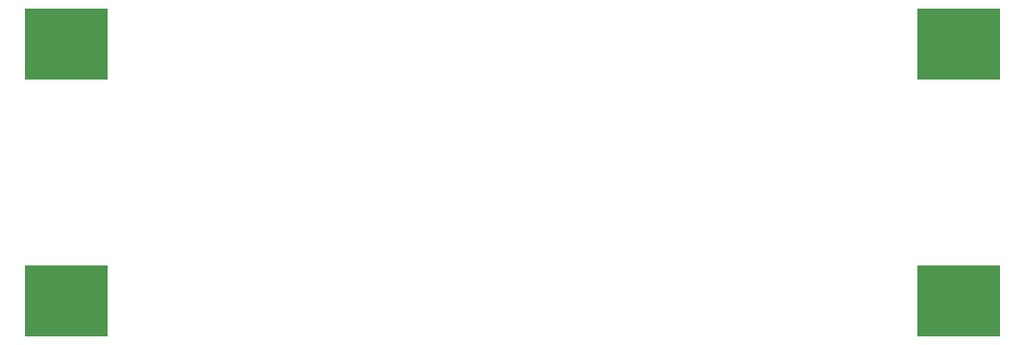
<source format=gbr>
G04 #@! TF.GenerationSoftware,KiCad,Pcbnew,(6.0.0)*
G04 #@! TF.CreationDate,2022-01-15T11:07:55-08:00*
G04 #@! TF.ProjectId,5V Buck Converter,35562042-7563-46b2-9043-6f6e76657274,rev?*
G04 #@! TF.SameCoordinates,Original*
G04 #@! TF.FileFunction,Paste,Bot*
G04 #@! TF.FilePolarity,Positive*
%FSLAX46Y46*%
G04 Gerber Fmt 4.6, Leading zero omitted, Abs format (unit mm)*
G04 Created by KiCad (PCBNEW (6.0.0)) date 2022-01-15 11:07:55*
%MOMM*%
%LPD*%
G01*
G04 APERTURE LIST*
%ADD10R,7.340000X6.350000*%
G04 APERTURE END LIST*
D10*
X100163000Y-80772000D03*
X21503000Y-80772000D03*
X21503000Y-58062000D03*
X100163000Y-58062000D03*
M02*

</source>
